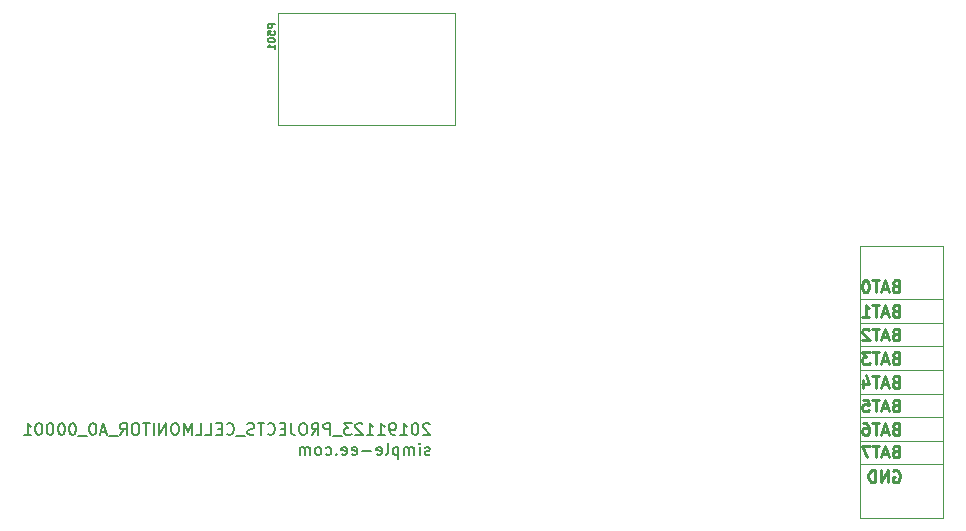
<source format=gbo>
%TF.GenerationSoftware,KiCad,Pcbnew,(5.1.4)-1*%
%TF.CreationDate,2019-11-23T11:30:54-08:00*%
%TF.ProjectId,20191120_Projects_CellMonitor,32303139-3131-4323-905f-50726f6a6563,rev?*%
%TF.SameCoordinates,PXb71b000PYd787c80*%
%TF.FileFunction,Legend,Bot*%
%TF.FilePolarity,Positive*%
%FSLAX46Y46*%
G04 Gerber Fmt 4.6, Leading zero omitted, Abs format (unit mm)*
G04 Created by KiCad (PCBNEW (5.1.4)-1) date 2019-11-23 11:30:54*
%MOMM*%
%LPD*%
G04 APERTURE LIST*
%ADD10C,0.200000*%
%ADD11C,0.120000*%
%ADD12C,0.250000*%
%ADD13C,0.150000*%
G04 APERTURE END LIST*
D10*
X38829523Y8152381D02*
X38781904Y8200000D01*
X38686666Y8247620D01*
X38448571Y8247620D01*
X38353333Y8200000D01*
X38305714Y8152381D01*
X38258095Y8057143D01*
X38258095Y7961905D01*
X38305714Y7819048D01*
X38877142Y7247620D01*
X38258095Y7247620D01*
X37639047Y8247620D02*
X37543809Y8247620D01*
X37448571Y8200000D01*
X37400952Y8152381D01*
X37353333Y8057143D01*
X37305714Y7866667D01*
X37305714Y7628572D01*
X37353333Y7438096D01*
X37400952Y7342858D01*
X37448571Y7295239D01*
X37543809Y7247620D01*
X37639047Y7247620D01*
X37734285Y7295239D01*
X37781904Y7342858D01*
X37829523Y7438096D01*
X37877142Y7628572D01*
X37877142Y7866667D01*
X37829523Y8057143D01*
X37781904Y8152381D01*
X37734285Y8200000D01*
X37639047Y8247620D01*
X36353333Y7247620D02*
X36924761Y7247620D01*
X36639047Y7247620D02*
X36639047Y8247620D01*
X36734285Y8104762D01*
X36829523Y8009524D01*
X36924761Y7961905D01*
X35877142Y7247620D02*
X35686666Y7247620D01*
X35591428Y7295239D01*
X35543809Y7342858D01*
X35448571Y7485715D01*
X35400952Y7676191D01*
X35400952Y8057143D01*
X35448571Y8152381D01*
X35496190Y8200000D01*
X35591428Y8247620D01*
X35781904Y8247620D01*
X35877142Y8200000D01*
X35924761Y8152381D01*
X35972380Y8057143D01*
X35972380Y7819048D01*
X35924761Y7723810D01*
X35877142Y7676191D01*
X35781904Y7628572D01*
X35591428Y7628572D01*
X35496190Y7676191D01*
X35448571Y7723810D01*
X35400952Y7819048D01*
X34448571Y7247620D02*
X35020000Y7247620D01*
X34734285Y7247620D02*
X34734285Y8247620D01*
X34829523Y8104762D01*
X34924761Y8009524D01*
X35020000Y7961905D01*
X33496190Y7247620D02*
X34067619Y7247620D01*
X33781904Y7247620D02*
X33781904Y8247620D01*
X33877142Y8104762D01*
X33972380Y8009524D01*
X34067619Y7961905D01*
X33115238Y8152381D02*
X33067619Y8200000D01*
X32972380Y8247620D01*
X32734285Y8247620D01*
X32639047Y8200000D01*
X32591428Y8152381D01*
X32543809Y8057143D01*
X32543809Y7961905D01*
X32591428Y7819048D01*
X33162857Y7247620D01*
X32543809Y7247620D01*
X32210476Y8247620D02*
X31591428Y8247620D01*
X31924761Y7866667D01*
X31781904Y7866667D01*
X31686666Y7819048D01*
X31639047Y7771429D01*
X31591428Y7676191D01*
X31591428Y7438096D01*
X31639047Y7342858D01*
X31686666Y7295239D01*
X31781904Y7247620D01*
X32067619Y7247620D01*
X32162857Y7295239D01*
X32210476Y7342858D01*
X31400952Y7152381D02*
X30639047Y7152381D01*
X30400952Y7247620D02*
X30400952Y8247620D01*
X30020000Y8247620D01*
X29924761Y8200000D01*
X29877142Y8152381D01*
X29829523Y8057143D01*
X29829523Y7914286D01*
X29877142Y7819048D01*
X29924761Y7771429D01*
X30020000Y7723810D01*
X30400952Y7723810D01*
X28829523Y7247620D02*
X29162857Y7723810D01*
X29400952Y7247620D02*
X29400952Y8247620D01*
X29020000Y8247620D01*
X28924761Y8200000D01*
X28877142Y8152381D01*
X28829523Y8057143D01*
X28829523Y7914286D01*
X28877142Y7819048D01*
X28924761Y7771429D01*
X29020000Y7723810D01*
X29400952Y7723810D01*
X28210476Y8247620D02*
X28020000Y8247620D01*
X27924761Y8200000D01*
X27829523Y8104762D01*
X27781904Y7914286D01*
X27781904Y7580953D01*
X27829523Y7390477D01*
X27924761Y7295239D01*
X28020000Y7247620D01*
X28210476Y7247620D01*
X28305714Y7295239D01*
X28400952Y7390477D01*
X28448571Y7580953D01*
X28448571Y7914286D01*
X28400952Y8104762D01*
X28305714Y8200000D01*
X28210476Y8247620D01*
X27067619Y8247620D02*
X27067619Y7533334D01*
X27115238Y7390477D01*
X27210476Y7295239D01*
X27353333Y7247620D01*
X27448571Y7247620D01*
X26591428Y7771429D02*
X26258095Y7771429D01*
X26115238Y7247620D02*
X26591428Y7247620D01*
X26591428Y8247620D01*
X26115238Y8247620D01*
X25115238Y7342858D02*
X25162857Y7295239D01*
X25305714Y7247620D01*
X25400952Y7247620D01*
X25543809Y7295239D01*
X25639047Y7390477D01*
X25686666Y7485715D01*
X25734285Y7676191D01*
X25734285Y7819048D01*
X25686666Y8009524D01*
X25639047Y8104762D01*
X25543809Y8200000D01*
X25400952Y8247620D01*
X25305714Y8247620D01*
X25162857Y8200000D01*
X25115238Y8152381D01*
X24829523Y8247620D02*
X24258095Y8247620D01*
X24543809Y7247620D02*
X24543809Y8247620D01*
X23972380Y7295239D02*
X23829523Y7247620D01*
X23591428Y7247620D01*
X23496190Y7295239D01*
X23448571Y7342858D01*
X23400952Y7438096D01*
X23400952Y7533334D01*
X23448571Y7628572D01*
X23496190Y7676191D01*
X23591428Y7723810D01*
X23781904Y7771429D01*
X23877142Y7819048D01*
X23924761Y7866667D01*
X23972380Y7961905D01*
X23972380Y8057143D01*
X23924761Y8152381D01*
X23877142Y8200000D01*
X23781904Y8247620D01*
X23543809Y8247620D01*
X23400952Y8200000D01*
X23210476Y7152381D02*
X22448571Y7152381D01*
X21639047Y7342858D02*
X21686666Y7295239D01*
X21829523Y7247620D01*
X21924761Y7247620D01*
X22067619Y7295239D01*
X22162857Y7390477D01*
X22210476Y7485715D01*
X22258095Y7676191D01*
X22258095Y7819048D01*
X22210476Y8009524D01*
X22162857Y8104762D01*
X22067619Y8200000D01*
X21924761Y8247620D01*
X21829523Y8247620D01*
X21686666Y8200000D01*
X21639047Y8152381D01*
X21210476Y7771429D02*
X20877142Y7771429D01*
X20734285Y7247620D02*
X21210476Y7247620D01*
X21210476Y8247620D01*
X20734285Y8247620D01*
X19829523Y7247620D02*
X20305714Y7247620D01*
X20305714Y8247620D01*
X19020000Y7247620D02*
X19496190Y7247620D01*
X19496190Y8247620D01*
X18686666Y7247620D02*
X18686666Y8247620D01*
X18353333Y7533334D01*
X18020000Y8247620D01*
X18020000Y7247620D01*
X17353333Y8247620D02*
X17162857Y8247620D01*
X17067619Y8200000D01*
X16972380Y8104762D01*
X16924761Y7914286D01*
X16924761Y7580953D01*
X16972380Y7390477D01*
X17067619Y7295239D01*
X17162857Y7247620D01*
X17353333Y7247620D01*
X17448571Y7295239D01*
X17543809Y7390477D01*
X17591428Y7580953D01*
X17591428Y7914286D01*
X17543809Y8104762D01*
X17448571Y8200000D01*
X17353333Y8247620D01*
X16496190Y7247620D02*
X16496190Y8247620D01*
X15924761Y7247620D01*
X15924761Y8247620D01*
X15448571Y7247620D02*
X15448571Y8247620D01*
X15115238Y8247620D02*
X14543809Y8247620D01*
X14829523Y7247620D02*
X14829523Y8247620D01*
X14020000Y8247620D02*
X13829523Y8247620D01*
X13734285Y8200000D01*
X13639047Y8104762D01*
X13591428Y7914286D01*
X13591428Y7580953D01*
X13639047Y7390477D01*
X13734285Y7295239D01*
X13829523Y7247620D01*
X14020000Y7247620D01*
X14115238Y7295239D01*
X14210476Y7390477D01*
X14258095Y7580953D01*
X14258095Y7914286D01*
X14210476Y8104762D01*
X14115238Y8200000D01*
X14020000Y8247620D01*
X12591428Y7247620D02*
X12924761Y7723810D01*
X13162857Y7247620D02*
X13162857Y8247620D01*
X12781904Y8247620D01*
X12686666Y8200000D01*
X12639047Y8152381D01*
X12591428Y8057143D01*
X12591428Y7914286D01*
X12639047Y7819048D01*
X12686666Y7771429D01*
X12781904Y7723810D01*
X13162857Y7723810D01*
X12400952Y7152381D02*
X11639047Y7152381D01*
X11448571Y7533334D02*
X10972380Y7533334D01*
X11543809Y7247620D02*
X11210476Y8247620D01*
X10877142Y7247620D01*
X10353333Y8247620D02*
X10258095Y8247620D01*
X10162857Y8200000D01*
X10115238Y8152381D01*
X10067619Y8057143D01*
X10020000Y7866667D01*
X10020000Y7628572D01*
X10067619Y7438096D01*
X10115238Y7342858D01*
X10162857Y7295239D01*
X10258095Y7247620D01*
X10353333Y7247620D01*
X10448571Y7295239D01*
X10496190Y7342858D01*
X10543809Y7438096D01*
X10591428Y7628572D01*
X10591428Y7866667D01*
X10543809Y8057143D01*
X10496190Y8152381D01*
X10448571Y8200000D01*
X10353333Y8247620D01*
X9829523Y7152381D02*
X9067619Y7152381D01*
X8639047Y8247620D02*
X8543809Y8247620D01*
X8448571Y8200000D01*
X8400952Y8152381D01*
X8353333Y8057143D01*
X8305714Y7866667D01*
X8305714Y7628572D01*
X8353333Y7438096D01*
X8400952Y7342858D01*
X8448571Y7295239D01*
X8543809Y7247620D01*
X8639047Y7247620D01*
X8734285Y7295239D01*
X8781904Y7342858D01*
X8829523Y7438096D01*
X8877142Y7628572D01*
X8877142Y7866667D01*
X8829523Y8057143D01*
X8781904Y8152381D01*
X8734285Y8200000D01*
X8639047Y8247620D01*
X7686666Y8247620D02*
X7591428Y8247620D01*
X7496190Y8200000D01*
X7448571Y8152381D01*
X7400952Y8057143D01*
X7353333Y7866667D01*
X7353333Y7628572D01*
X7400952Y7438096D01*
X7448571Y7342858D01*
X7496190Y7295239D01*
X7591428Y7247620D01*
X7686666Y7247620D01*
X7781904Y7295239D01*
X7829523Y7342858D01*
X7877142Y7438096D01*
X7924761Y7628572D01*
X7924761Y7866667D01*
X7877142Y8057143D01*
X7829523Y8152381D01*
X7781904Y8200000D01*
X7686666Y8247620D01*
X6734285Y8247620D02*
X6639047Y8247620D01*
X6543809Y8200000D01*
X6496190Y8152381D01*
X6448571Y8057143D01*
X6400952Y7866667D01*
X6400952Y7628572D01*
X6448571Y7438096D01*
X6496190Y7342858D01*
X6543809Y7295239D01*
X6639047Y7247620D01*
X6734285Y7247620D01*
X6829523Y7295239D01*
X6877142Y7342858D01*
X6924761Y7438096D01*
X6972380Y7628572D01*
X6972380Y7866667D01*
X6924761Y8057143D01*
X6877142Y8152381D01*
X6829523Y8200000D01*
X6734285Y8247620D01*
X5781904Y8247620D02*
X5686666Y8247620D01*
X5591428Y8200000D01*
X5543809Y8152381D01*
X5496190Y8057143D01*
X5448571Y7866667D01*
X5448571Y7628572D01*
X5496190Y7438096D01*
X5543809Y7342858D01*
X5591428Y7295239D01*
X5686666Y7247620D01*
X5781904Y7247620D01*
X5877142Y7295239D01*
X5924761Y7342858D01*
X5972380Y7438096D01*
X6020000Y7628572D01*
X6020000Y7866667D01*
X5972380Y8057143D01*
X5924761Y8152381D01*
X5877142Y8200000D01*
X5781904Y8247620D01*
X4496190Y7247620D02*
X5067619Y7247620D01*
X4781904Y7247620D02*
X4781904Y8247620D01*
X4877142Y8104762D01*
X4972380Y8009524D01*
X5067619Y7961905D01*
X38829523Y5595239D02*
X38734285Y5547620D01*
X38543809Y5547620D01*
X38448571Y5595239D01*
X38400952Y5690477D01*
X38400952Y5738096D01*
X38448571Y5833334D01*
X38543809Y5880953D01*
X38686666Y5880953D01*
X38781904Y5928572D01*
X38829523Y6023810D01*
X38829523Y6071429D01*
X38781904Y6166667D01*
X38686666Y6214286D01*
X38543809Y6214286D01*
X38448571Y6166667D01*
X37972380Y5547620D02*
X37972380Y6214286D01*
X37972380Y6547620D02*
X38020000Y6500000D01*
X37972380Y6452381D01*
X37924761Y6500000D01*
X37972380Y6547620D01*
X37972380Y6452381D01*
X37496190Y5547620D02*
X37496190Y6214286D01*
X37496190Y6119048D02*
X37448571Y6166667D01*
X37353333Y6214286D01*
X37210476Y6214286D01*
X37115238Y6166667D01*
X37067619Y6071429D01*
X37067619Y5547620D01*
X37067619Y6071429D02*
X37020000Y6166667D01*
X36924761Y6214286D01*
X36781904Y6214286D01*
X36686666Y6166667D01*
X36639047Y6071429D01*
X36639047Y5547620D01*
X36162857Y6214286D02*
X36162857Y5214286D01*
X36162857Y6166667D02*
X36067619Y6214286D01*
X35877142Y6214286D01*
X35781904Y6166667D01*
X35734285Y6119048D01*
X35686666Y6023810D01*
X35686666Y5738096D01*
X35734285Y5642858D01*
X35781904Y5595239D01*
X35877142Y5547620D01*
X36067619Y5547620D01*
X36162857Y5595239D01*
X35115238Y5547620D02*
X35210476Y5595239D01*
X35258095Y5690477D01*
X35258095Y6547620D01*
X34353333Y5595239D02*
X34448571Y5547620D01*
X34639047Y5547620D01*
X34734285Y5595239D01*
X34781904Y5690477D01*
X34781904Y6071429D01*
X34734285Y6166667D01*
X34639047Y6214286D01*
X34448571Y6214286D01*
X34353333Y6166667D01*
X34305714Y6071429D01*
X34305714Y5976191D01*
X34781904Y5880953D01*
X33877142Y5928572D02*
X33115238Y5928572D01*
X32258095Y5595239D02*
X32353333Y5547620D01*
X32543809Y5547620D01*
X32639047Y5595239D01*
X32686666Y5690477D01*
X32686666Y6071429D01*
X32639047Y6166667D01*
X32543809Y6214286D01*
X32353333Y6214286D01*
X32258095Y6166667D01*
X32210476Y6071429D01*
X32210476Y5976191D01*
X32686666Y5880953D01*
X31400952Y5595239D02*
X31496190Y5547620D01*
X31686666Y5547620D01*
X31781904Y5595239D01*
X31829523Y5690477D01*
X31829523Y6071429D01*
X31781904Y6166667D01*
X31686666Y6214286D01*
X31496190Y6214286D01*
X31400952Y6166667D01*
X31353333Y6071429D01*
X31353333Y5976191D01*
X31829523Y5880953D01*
X30924761Y5642858D02*
X30877142Y5595239D01*
X30924761Y5547620D01*
X30972380Y5595239D01*
X30924761Y5642858D01*
X30924761Y5547620D01*
X30020000Y5595239D02*
X30115238Y5547620D01*
X30305714Y5547620D01*
X30400952Y5595239D01*
X30448571Y5642858D01*
X30496190Y5738096D01*
X30496190Y6023810D01*
X30448571Y6119048D01*
X30400952Y6166667D01*
X30305714Y6214286D01*
X30115238Y6214286D01*
X30020000Y6166667D01*
X29448571Y5547620D02*
X29543809Y5595239D01*
X29591428Y5642858D01*
X29639047Y5738096D01*
X29639047Y6023810D01*
X29591428Y6119048D01*
X29543809Y6166667D01*
X29448571Y6214286D01*
X29305714Y6214286D01*
X29210476Y6166667D01*
X29162857Y6119048D01*
X29115238Y6023810D01*
X29115238Y5738096D01*
X29162857Y5642858D01*
X29210476Y5595239D01*
X29305714Y5547620D01*
X29448571Y5547620D01*
X28686666Y5547620D02*
X28686666Y6214286D01*
X28686666Y6119048D02*
X28639047Y6166667D01*
X28543809Y6214286D01*
X28400952Y6214286D01*
X28305714Y6166667D01*
X28258095Y6071429D01*
X28258095Y5547620D01*
X28258095Y6071429D02*
X28210476Y6166667D01*
X28115238Y6214286D01*
X27972380Y6214286D01*
X27877142Y6166667D01*
X27829523Y6071429D01*
X27829523Y5547620D01*
D11*
X75250000Y4750000D02*
X82250000Y4750000D01*
X75250000Y6750000D02*
X82250000Y6750000D01*
X75250000Y8750000D02*
X82250000Y8750000D01*
X75250000Y10750000D02*
X82250000Y10750000D01*
X75250000Y12750000D02*
X82250000Y12750000D01*
X75250000Y14750000D02*
X82250000Y14750000D01*
X75250000Y16750000D02*
X82250000Y16750000D01*
X75250000Y18750000D02*
X82250000Y18750000D01*
X82250000Y250000D02*
X82250000Y23250000D01*
X75250000Y250000D02*
X82250000Y250000D01*
X75250000Y23250000D02*
X75250000Y250000D01*
X82250000Y23250000D02*
X75250000Y23250000D01*
D12*
X78266071Y19871429D02*
X78123214Y19823810D01*
X78075595Y19776191D01*
X78027976Y19680953D01*
X78027976Y19538096D01*
X78075595Y19442858D01*
X78123214Y19395239D01*
X78218452Y19347620D01*
X78599404Y19347620D01*
X78599404Y20347620D01*
X78266071Y20347620D01*
X78170833Y20300000D01*
X78123214Y20252381D01*
X78075595Y20157143D01*
X78075595Y20061905D01*
X78123214Y19966667D01*
X78170833Y19919048D01*
X78266071Y19871429D01*
X78599404Y19871429D01*
X77647023Y19633334D02*
X77170833Y19633334D01*
X77742261Y19347620D02*
X77408928Y20347620D01*
X77075595Y19347620D01*
X76885119Y20347620D02*
X76313690Y20347620D01*
X76599404Y19347620D02*
X76599404Y20347620D01*
X75789880Y20347620D02*
X75694642Y20347620D01*
X75599404Y20300000D01*
X75551785Y20252381D01*
X75504166Y20157143D01*
X75456547Y19966667D01*
X75456547Y19728572D01*
X75504166Y19538096D01*
X75551785Y19442858D01*
X75599404Y19395239D01*
X75694642Y19347620D01*
X75789880Y19347620D01*
X75885119Y19395239D01*
X75932738Y19442858D01*
X75980357Y19538096D01*
X76027976Y19728572D01*
X76027976Y19966667D01*
X75980357Y20157143D01*
X75932738Y20252381D01*
X75885119Y20300000D01*
X75789880Y20347620D01*
X78266071Y17771429D02*
X78123214Y17723810D01*
X78075595Y17676191D01*
X78027976Y17580953D01*
X78027976Y17438096D01*
X78075595Y17342858D01*
X78123214Y17295239D01*
X78218452Y17247620D01*
X78599404Y17247620D01*
X78599404Y18247620D01*
X78266071Y18247620D01*
X78170833Y18200000D01*
X78123214Y18152381D01*
X78075595Y18057143D01*
X78075595Y17961905D01*
X78123214Y17866667D01*
X78170833Y17819048D01*
X78266071Y17771429D01*
X78599404Y17771429D01*
X77647023Y17533334D02*
X77170833Y17533334D01*
X77742261Y17247620D02*
X77408928Y18247620D01*
X77075595Y17247620D01*
X76885119Y18247620D02*
X76313690Y18247620D01*
X76599404Y17247620D02*
X76599404Y18247620D01*
X75456547Y17247620D02*
X76027976Y17247620D01*
X75742261Y17247620D02*
X75742261Y18247620D01*
X75837500Y18104762D01*
X75932738Y18009524D01*
X76027976Y17961905D01*
X78266071Y15771429D02*
X78123214Y15723810D01*
X78075595Y15676191D01*
X78027976Y15580953D01*
X78027976Y15438096D01*
X78075595Y15342858D01*
X78123214Y15295239D01*
X78218452Y15247620D01*
X78599404Y15247620D01*
X78599404Y16247620D01*
X78266071Y16247620D01*
X78170833Y16200000D01*
X78123214Y16152381D01*
X78075595Y16057143D01*
X78075595Y15961905D01*
X78123214Y15866667D01*
X78170833Y15819048D01*
X78266071Y15771429D01*
X78599404Y15771429D01*
X77647023Y15533334D02*
X77170833Y15533334D01*
X77742261Y15247620D02*
X77408928Y16247620D01*
X77075595Y15247620D01*
X76885119Y16247620D02*
X76313690Y16247620D01*
X76599404Y15247620D02*
X76599404Y16247620D01*
X76027976Y16152381D02*
X75980357Y16200000D01*
X75885119Y16247620D01*
X75647023Y16247620D01*
X75551785Y16200000D01*
X75504166Y16152381D01*
X75456547Y16057143D01*
X75456547Y15961905D01*
X75504166Y15819048D01*
X76075595Y15247620D01*
X75456547Y15247620D01*
X78266071Y13771429D02*
X78123214Y13723810D01*
X78075595Y13676191D01*
X78027976Y13580953D01*
X78027976Y13438096D01*
X78075595Y13342858D01*
X78123214Y13295239D01*
X78218452Y13247620D01*
X78599404Y13247620D01*
X78599404Y14247620D01*
X78266071Y14247620D01*
X78170833Y14200000D01*
X78123214Y14152381D01*
X78075595Y14057143D01*
X78075595Y13961905D01*
X78123214Y13866667D01*
X78170833Y13819048D01*
X78266071Y13771429D01*
X78599404Y13771429D01*
X77647023Y13533334D02*
X77170833Y13533334D01*
X77742261Y13247620D02*
X77408928Y14247620D01*
X77075595Y13247620D01*
X76885119Y14247620D02*
X76313690Y14247620D01*
X76599404Y13247620D02*
X76599404Y14247620D01*
X76075595Y14247620D02*
X75456547Y14247620D01*
X75789880Y13866667D01*
X75647023Y13866667D01*
X75551785Y13819048D01*
X75504166Y13771429D01*
X75456547Y13676191D01*
X75456547Y13438096D01*
X75504166Y13342858D01*
X75551785Y13295239D01*
X75647023Y13247620D01*
X75932738Y13247620D01*
X76027976Y13295239D01*
X76075595Y13342858D01*
X78266071Y11771429D02*
X78123214Y11723810D01*
X78075595Y11676191D01*
X78027976Y11580953D01*
X78027976Y11438096D01*
X78075595Y11342858D01*
X78123214Y11295239D01*
X78218452Y11247620D01*
X78599404Y11247620D01*
X78599404Y12247620D01*
X78266071Y12247620D01*
X78170833Y12200000D01*
X78123214Y12152381D01*
X78075595Y12057143D01*
X78075595Y11961905D01*
X78123214Y11866667D01*
X78170833Y11819048D01*
X78266071Y11771429D01*
X78599404Y11771429D01*
X77647023Y11533334D02*
X77170833Y11533334D01*
X77742261Y11247620D02*
X77408928Y12247620D01*
X77075595Y11247620D01*
X76885119Y12247620D02*
X76313690Y12247620D01*
X76599404Y11247620D02*
X76599404Y12247620D01*
X75551785Y11914286D02*
X75551785Y11247620D01*
X75789880Y12295239D02*
X76027976Y11580953D01*
X75408928Y11580953D01*
X78266071Y9771429D02*
X78123214Y9723810D01*
X78075595Y9676191D01*
X78027976Y9580953D01*
X78027976Y9438096D01*
X78075595Y9342858D01*
X78123214Y9295239D01*
X78218452Y9247620D01*
X78599404Y9247620D01*
X78599404Y10247620D01*
X78266071Y10247620D01*
X78170833Y10200000D01*
X78123214Y10152381D01*
X78075595Y10057143D01*
X78075595Y9961905D01*
X78123214Y9866667D01*
X78170833Y9819048D01*
X78266071Y9771429D01*
X78599404Y9771429D01*
X77647023Y9533334D02*
X77170833Y9533334D01*
X77742261Y9247620D02*
X77408928Y10247620D01*
X77075595Y9247620D01*
X76885119Y10247620D02*
X76313690Y10247620D01*
X76599404Y9247620D02*
X76599404Y10247620D01*
X75504166Y10247620D02*
X75980357Y10247620D01*
X76027976Y9771429D01*
X75980357Y9819048D01*
X75885119Y9866667D01*
X75647023Y9866667D01*
X75551785Y9819048D01*
X75504166Y9771429D01*
X75456547Y9676191D01*
X75456547Y9438096D01*
X75504166Y9342858D01*
X75551785Y9295239D01*
X75647023Y9247620D01*
X75885119Y9247620D01*
X75980357Y9295239D01*
X76027976Y9342858D01*
X78266071Y7771429D02*
X78123214Y7723810D01*
X78075595Y7676191D01*
X78027976Y7580953D01*
X78027976Y7438096D01*
X78075595Y7342858D01*
X78123214Y7295239D01*
X78218452Y7247620D01*
X78599404Y7247620D01*
X78599404Y8247620D01*
X78266071Y8247620D01*
X78170833Y8200000D01*
X78123214Y8152381D01*
X78075595Y8057143D01*
X78075595Y7961905D01*
X78123214Y7866667D01*
X78170833Y7819048D01*
X78266071Y7771429D01*
X78599404Y7771429D01*
X77647023Y7533334D02*
X77170833Y7533334D01*
X77742261Y7247620D02*
X77408928Y8247620D01*
X77075595Y7247620D01*
X76885119Y8247620D02*
X76313690Y8247620D01*
X76599404Y7247620D02*
X76599404Y8247620D01*
X75551785Y8247620D02*
X75742261Y8247620D01*
X75837500Y8200000D01*
X75885119Y8152381D01*
X75980357Y8009524D01*
X76027976Y7819048D01*
X76027976Y7438096D01*
X75980357Y7342858D01*
X75932738Y7295239D01*
X75837500Y7247620D01*
X75647023Y7247620D01*
X75551785Y7295239D01*
X75504166Y7342858D01*
X75456547Y7438096D01*
X75456547Y7676191D01*
X75504166Y7771429D01*
X75551785Y7819048D01*
X75647023Y7866667D01*
X75837500Y7866667D01*
X75932738Y7819048D01*
X75980357Y7771429D01*
X76027976Y7676191D01*
X78266071Y5871429D02*
X78123214Y5823810D01*
X78075595Y5776191D01*
X78027976Y5680953D01*
X78027976Y5538096D01*
X78075595Y5442858D01*
X78123214Y5395239D01*
X78218452Y5347620D01*
X78599404Y5347620D01*
X78599404Y6347620D01*
X78266071Y6347620D01*
X78170833Y6300000D01*
X78123214Y6252381D01*
X78075595Y6157143D01*
X78075595Y6061905D01*
X78123214Y5966667D01*
X78170833Y5919048D01*
X78266071Y5871429D01*
X78599404Y5871429D01*
X77647023Y5633334D02*
X77170833Y5633334D01*
X77742261Y5347620D02*
X77408928Y6347620D01*
X77075595Y5347620D01*
X76885119Y6347620D02*
X76313690Y6347620D01*
X76599404Y5347620D02*
X76599404Y6347620D01*
X76075595Y6347620D02*
X75408928Y6347620D01*
X75837500Y5347620D01*
X78075595Y4200000D02*
X78170833Y4247620D01*
X78313690Y4247620D01*
X78456547Y4200000D01*
X78551785Y4104762D01*
X78599404Y4009524D01*
X78647023Y3819048D01*
X78647023Y3676191D01*
X78599404Y3485715D01*
X78551785Y3390477D01*
X78456547Y3295239D01*
X78313690Y3247620D01*
X78218452Y3247620D01*
X78075595Y3295239D01*
X78027976Y3342858D01*
X78027976Y3676191D01*
X78218452Y3676191D01*
X77599404Y3247620D02*
X77599404Y4247620D01*
X77027976Y3247620D01*
X77027976Y4247620D01*
X76551785Y3247620D02*
X76551785Y4247620D01*
X76313690Y4247620D01*
X76170833Y4200000D01*
X76075595Y4104762D01*
X76027976Y4009524D01*
X75980357Y3819048D01*
X75980357Y3676191D01*
X76027976Y3485715D01*
X76075595Y3390477D01*
X76170833Y3295239D01*
X76313690Y3247620D01*
X76551785Y3247620D01*
D11*
X41000000Y43000000D02*
X26000000Y43000000D01*
X26000000Y43000000D02*
X26000000Y33500000D01*
X26000000Y33500000D02*
X39000000Y33500000D01*
X41000000Y33500000D02*
X39000000Y33500000D01*
X39000000Y43000000D02*
X39000000Y43000000D01*
X41000000Y43000000D02*
X41000000Y33500000D01*
D13*
X25721428Y42014286D02*
X25121428Y42014286D01*
X25121428Y41785715D01*
X25150000Y41728572D01*
X25178571Y41700000D01*
X25235714Y41671429D01*
X25321428Y41671429D01*
X25378571Y41700000D01*
X25407142Y41728572D01*
X25435714Y41785715D01*
X25435714Y42014286D01*
X25121428Y41128572D02*
X25121428Y41414286D01*
X25407142Y41442858D01*
X25378571Y41414286D01*
X25350000Y41357143D01*
X25350000Y41214286D01*
X25378571Y41157143D01*
X25407142Y41128572D01*
X25464285Y41100000D01*
X25607142Y41100000D01*
X25664285Y41128572D01*
X25692857Y41157143D01*
X25721428Y41214286D01*
X25721428Y41357143D01*
X25692857Y41414286D01*
X25664285Y41442858D01*
X25121428Y40728572D02*
X25121428Y40671429D01*
X25150000Y40614286D01*
X25178571Y40585715D01*
X25235714Y40557143D01*
X25350000Y40528572D01*
X25492857Y40528572D01*
X25607142Y40557143D01*
X25664285Y40585715D01*
X25692857Y40614286D01*
X25721428Y40671429D01*
X25721428Y40728572D01*
X25692857Y40785715D01*
X25664285Y40814286D01*
X25607142Y40842858D01*
X25492857Y40871429D01*
X25350000Y40871429D01*
X25235714Y40842858D01*
X25178571Y40814286D01*
X25150000Y40785715D01*
X25121428Y40728572D01*
X25721428Y39957143D02*
X25721428Y40300000D01*
X25721428Y40128572D02*
X25121428Y40128572D01*
X25207142Y40185715D01*
X25264285Y40242858D01*
X25292857Y40300000D01*
M02*

</source>
